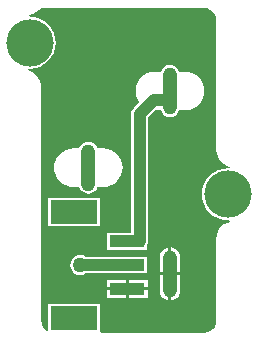
<source format=gtl>
G04*
G04 #@! TF.GenerationSoftware,Altium Limited,Altium Designer,19.0.14 (431)*
G04*
G04 Layer_Physical_Order=1*
G04 Layer_Color=255*
%FSLAX25Y25*%
%MOIN*%
G70*
G01*
G75*
%ADD15R,0.11811X0.03937*%
%ADD16R,0.15748X0.07874*%
%ADD17C,0.03937*%
%ADD18C,0.15748*%
%ADD19O,0.04724X0.15748*%
%ADD20C,0.05000*%
G36*
X98391Y147594D02*
X99394Y147178D01*
X100256Y146517D01*
X100917Y145656D01*
X101332Y144653D01*
X101473Y143582D01*
X101472Y143577D01*
Y100496D01*
X101460D01*
X101573Y99354D01*
X101906Y98255D01*
X102447Y97243D01*
X103175Y96356D01*
X104062Y95628D01*
X105074Y95087D01*
X106044Y94793D01*
X106069Y94761D01*
X105810Y94284D01*
X105315Y94333D01*
X103617Y94166D01*
X101984Y93671D01*
X100480Y92866D01*
X99161Y91784D01*
X98078Y90465D01*
X97274Y88960D01*
X96779Y87328D01*
X96612Y85630D01*
X96779Y83932D01*
X97274Y82299D01*
X98078Y80795D01*
X99161Y79476D01*
X100480Y78393D01*
X101984Y77589D01*
X103617Y77094D01*
X105315Y76927D01*
X105810Y76975D01*
X106069Y76498D01*
X106044Y76467D01*
X105074Y76173D01*
X104062Y75632D01*
X103175Y74904D01*
X102447Y74017D01*
X101906Y73005D01*
X101573Y71906D01*
X101460Y70764D01*
X101472D01*
Y43576D01*
X101473Y43571D01*
X101332Y42500D01*
X100917Y41497D01*
X100256Y40636D01*
X99394Y39975D01*
X98391Y39559D01*
X97320Y39418D01*
X97315Y39419D01*
X63235D01*
X62795Y39566D01*
Y49015D01*
X45472D01*
Y40423D01*
X44973Y40177D01*
X44374Y40636D01*
X43713Y41497D01*
X43298Y42500D01*
X43157Y43571D01*
X43158Y43576D01*
Y121277D01*
X43170D01*
X43057Y122419D01*
X42724Y123518D01*
X42183Y124530D01*
X41455Y125417D01*
X40568Y126145D01*
X39556Y126686D01*
X38587Y126980D01*
X38584Y126981D01*
X38560Y127012D01*
X38820Y127488D01*
X39316Y127439D01*
X41014Y127607D01*
X42647Y128102D01*
X44151Y128906D01*
X45470Y129989D01*
X46553Y131307D01*
X47357Y132812D01*
X47852Y134445D01*
X48019Y136143D01*
X47852Y137841D01*
X47357Y139473D01*
X46553Y140978D01*
X45470Y142297D01*
X44151Y143379D01*
X42647Y144184D01*
X41014Y144679D01*
X39316Y144846D01*
X39239Y144839D01*
X38997Y145317D01*
X39008Y145329D01*
X39131Y145342D01*
X40230Y145675D01*
X41242Y146216D01*
X41810Y146682D01*
X41843Y146704D01*
X41865Y146679D01*
X42516Y147178D01*
X43519Y147594D01*
X44590Y147735D01*
X44595Y147733D01*
X97315D01*
X97320Y147735D01*
X98391Y147594D01*
D02*
G37*
%LPC*%
G36*
X86024Y128767D02*
X85201Y128659D01*
X84435Y128342D01*
X83777Y127837D01*
X83272Y127179D01*
X82994Y126507D01*
X81004D01*
X79750Y126384D01*
X78544Y126018D01*
X77432Y125424D01*
X76458Y124624D01*
X75659Y123650D01*
X75065Y122539D01*
X74699Y121333D01*
X74575Y120079D01*
X74699Y118825D01*
X75065Y117619D01*
X75659Y116507D01*
X75884Y116233D01*
X73948Y114297D01*
X73507Y113721D01*
X73229Y113051D01*
X73134Y112331D01*
Y72637D01*
X65158D01*
Y67125D01*
X75740D01*
X75914Y67103D01*
X76087Y67125D01*
X78544D01*
Y69030D01*
X78599Y69163D01*
X78694Y69882D01*
Y111180D01*
X81164Y113650D01*
X82994D01*
X83272Y112978D01*
X83777Y112321D01*
X84435Y111816D01*
X85201Y111498D01*
X86024Y111390D01*
X86846Y111498D01*
X87612Y111816D01*
X88270Y112321D01*
X88775Y112978D01*
X89053Y113650D01*
X91043D01*
X92298Y113774D01*
X93503Y114139D01*
X94615Y114734D01*
X95589Y115533D01*
X96389Y116507D01*
X96983Y117619D01*
X97348Y118825D01*
X97472Y120079D01*
X97348Y121333D01*
X96983Y122539D01*
X96389Y123650D01*
X95589Y124624D01*
X94615Y125424D01*
X93503Y126018D01*
X92298Y126384D01*
X91043Y126507D01*
X89053D01*
X88775Y127179D01*
X88270Y127837D01*
X87612Y128342D01*
X86846Y128659D01*
X86024Y128767D01*
D02*
G37*
G36*
X58858Y103177D02*
X58036Y103068D01*
X57270Y102751D01*
X56612Y102246D01*
X56107Y101588D01*
X55829Y100917D01*
X53839D01*
X52584Y100793D01*
X51379Y100427D01*
X50267Y99833D01*
X49293Y99034D01*
X48493Y98060D01*
X47899Y96948D01*
X47534Y95742D01*
X47410Y94488D01*
X47534Y93234D01*
X47899Y92028D01*
X48493Y90917D01*
X49293Y89943D01*
X50267Y89143D01*
X51379Y88549D01*
X52584Y88183D01*
X53839Y88060D01*
X55829D01*
X56107Y87388D01*
X56612Y86730D01*
X57270Y86225D01*
X58036Y85908D01*
X58858Y85800D01*
X59680Y85908D01*
X60447Y86225D01*
X61105Y86730D01*
X61609Y87388D01*
X61888Y88060D01*
X63878D01*
X65132Y88183D01*
X66338Y88549D01*
X67449Y89143D01*
X68424Y89943D01*
X69223Y90917D01*
X69817Y92028D01*
X70183Y93234D01*
X70306Y94488D01*
X70183Y95742D01*
X69817Y96948D01*
X69223Y98060D01*
X68424Y99034D01*
X67449Y99833D01*
X66338Y100427D01*
X65132Y100793D01*
X63878Y100917D01*
X61888D01*
X61609Y101588D01*
X61105Y102246D01*
X60447Y102751D01*
X59680Y103068D01*
X58858Y103177D01*
D02*
G37*
G36*
X62795Y84449D02*
X45472D01*
Y75000D01*
X62795D01*
Y84449D01*
D02*
G37*
G36*
X86524Y67892D02*
Y59555D01*
X89415D01*
Y64567D01*
X89299Y65445D01*
X88960Y66263D01*
X88422Y66965D01*
X87719Y67504D01*
X86901Y67843D01*
X86524Y67892D01*
D02*
G37*
G36*
X85524D02*
X85146Y67843D01*
X84328Y67504D01*
X83626Y66965D01*
X83087Y66263D01*
X82748Y65445D01*
X82632Y64567D01*
Y59555D01*
X85524D01*
Y67892D01*
D02*
G37*
G36*
X56102Y65324D02*
X55244Y65211D01*
X54444Y64879D01*
X53758Y64353D01*
X53231Y63666D01*
X52900Y62866D01*
X52787Y62008D01*
X52900Y61150D01*
X53231Y60350D01*
X53758Y59663D01*
X54444Y59136D01*
X55244Y58805D01*
X56102Y58692D01*
X56961Y58805D01*
X57760Y59136D01*
X57879Y59228D01*
X71851D01*
X72031Y59251D01*
X78544D01*
Y64763D01*
X72031D01*
X71851Y64787D01*
X57881D01*
X57760Y64879D01*
X56961Y65211D01*
X56102Y65324D01*
D02*
G37*
G36*
X78756Y57102D02*
X72351D01*
Y54633D01*
X78756D01*
Y57102D01*
D02*
G37*
G36*
X71351D02*
X64945D01*
Y54633D01*
X71351D01*
Y57102D01*
D02*
G37*
G36*
X78756Y53633D02*
X72351D01*
Y51165D01*
X78756D01*
Y53633D01*
D02*
G37*
G36*
X71351D02*
X64945D01*
Y51165D01*
X71351D01*
Y53633D01*
D02*
G37*
G36*
X89415Y58555D02*
X86524D01*
Y50218D01*
X86901Y50268D01*
X87719Y50606D01*
X88422Y51145D01*
X88960Y51848D01*
X89299Y52666D01*
X89415Y53543D01*
Y58555D01*
D02*
G37*
G36*
X85524D02*
X82632D01*
Y53543D01*
X82748Y52666D01*
X83087Y51848D01*
X83626Y51145D01*
X84328Y50606D01*
X85146Y50268D01*
X85524Y50218D01*
Y58555D01*
D02*
G37*
%LPD*%
D15*
X71851Y69881D02*
D03*
Y54133D02*
D03*
Y62007D02*
D03*
D16*
X54134Y79724D02*
D03*
Y44290D02*
D03*
D17*
X75914Y69882D02*
Y112331D01*
X80708Y117125D01*
X56102Y62008D02*
X56103Y62007D01*
X71851D01*
X86024Y117489D02*
Y120079D01*
X85660Y117125D02*
X86024Y117489D01*
X80708Y117125D02*
X85660D01*
D18*
X105315Y85630D02*
D03*
X39316Y136143D02*
D03*
D19*
X86024Y120079D02*
D03*
Y59055D02*
D03*
X58858Y94488D02*
D03*
D20*
X56102Y62008D02*
D03*
M02*

</source>
